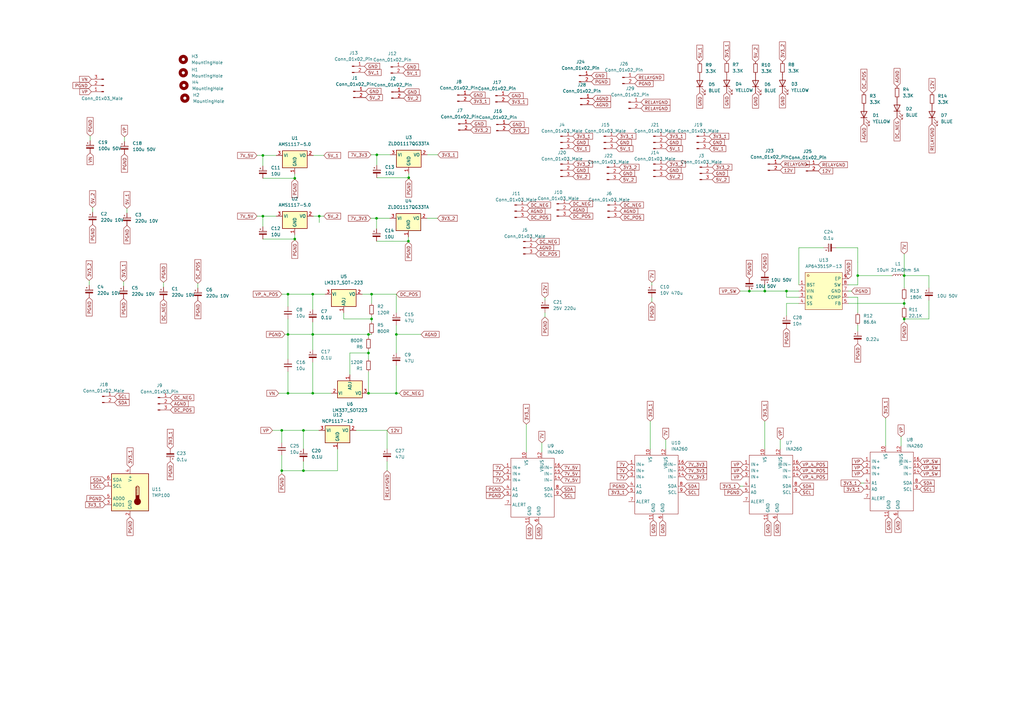
<source format=kicad_sch>
(kicad_sch (version 20231120) (generator "eeschema") (generator_version "8.0")
  (paper "A3")
  (junction (at 313.69 119.38))
  (junction (at 370.84 130.81))
  (junction (at 118.11 161.29))
  (junction (at 152.4 130.81))
  (junction (at 370.84 113.03))
  (junction (at 151.13 144.78))
  (junction (at 154.559 63.5))
  (junction (at 115.57 176.53))
  (junction (at 152.4 120.65))
  (junction (at 370.84 124.46))
  (junction (at 130.937 88.646))
  (junction (at 151.13 137.16))
  (junction (at 128.27 120.65))
  (junction (at 154.432 89.535))
  (junction (at 351.79 113.03))
  (junction (at 162.56 137.16))
  (junction (at 167.513 98.933))
  (junction (at 128.27 161.29))
  (junction (at 124.46 176.53))
  (junction (at 107.823 88.646))
  (junction (at 167.64 72.898))
  (junction (at 118.11 120.65))
  (junction (at 151.13 161.29))
  (junction (at 162.56 161.29))
  (junction (at 322.58 119.38))
  (junction (at 115.57 193.04))
  (junction (at 128.27 137.16))
  (junction (at 307.34 119.38))
  (junction (at 124.46 193.04))
  (junction (at 120.904 98.044))
  (junction (at 118.11 137.16))
  (junction (at 120.904 73.152))
  (junction (at 107.823 63.754))
  (wire (pts (xy 107.823 88.646) (xy 113.284 88.646)))
  (wire (pts (xy 175.133 89.535) (xy 179.451 89.535)))
  (wire (pts (xy 130.937 88.646) (xy 128.524 88.646)))
  (wire (pts (xy 322.58 119.38) (xy 327.66 119.38)))
  (wire (pts (xy 124.46 176.53) (xy 130.81 176.53)))
  (wire (pts (xy 118.11 137.16) (xy 128.27 137.16)))
  (wire (pts (xy 347.98 116.84) (xy 351.79 116.84)))
  (wire (pts (xy 118.11 147.32) (xy 118.11 137.16)))
  (wire (pts (xy 36.576 115.062) (xy 36.576 116.967)))
  (wire (pts (xy 124.46 184.15) (xy 124.46 176.53)))
  (wire (pts (xy 152.4 130.81) (xy 152.4 132.08)))
  (wire (pts (xy 152.4 129.54) (xy 152.4 130.81)))
  (wire (pts (xy 118.11 161.29) (xy 128.27 161.29)))
  (wire (pts (xy 351.8216 107.5565) (xy 351.8216 101.6)))
  (wire (pts (xy 167.513 99.314) (xy 167.513 98.933)))
  (wire (pts (xy 370.84 132.08) (xy 370.84 130.81)))
  (wire (pts (xy 120.904 73.533) (xy 120.904 73.152)))
  (wire (pts (xy 138.43 184.15) (xy 138.43 193.04)))
  (wire (pts (xy 146.05 176.53) (xy 158.75 176.53)))
  (wire (pts (xy 351.79 113.03) (xy 365.76 113.03)))
  (wire (pts (xy 351.79 133.35) (xy 351.79 135.89)))
  (wire (pts (xy 167.513 98.933) (xy 167.513 97.155)))
  (wire (pts (xy 107.823 63.754) (xy 113.284 63.754)))
  (wire (pts (xy 36.957 55.753) (xy 36.957 57.658)))
  (wire (pts (xy 37.973 85.09) (xy 37.973 86.995)))
  (wire (pts (xy 115.57 193.04) (xy 124.46 193.04)))
  (wire (pts (xy 158.75 189.23) (xy 158.75 193.04)))
  (wire (pts (xy 313.69 119.38) (xy 322.58 119.38)))
  (wire (pts (xy 154.432 98.933) (xy 167.513 98.933)))
  (wire (pts (xy 107.823 98.044) (xy 120.904 98.044)))
  (wire (pts (xy 175.26 63.5) (xy 179.578 63.5)))
  (wire (pts (xy 162.56 161.29) (xy 163.83 161.29)))
  (wire (pts (xy 120.904 73.152) (xy 120.904 71.374)))
  (wire (pts (xy 154.559 72.898) (xy 167.64 72.898)))
  (wire (pts (xy 347.98 124.46) (xy 370.84 124.46)))
  (wire (pts (xy 67.056 115.824) (xy 67.056 117.729)))
  (wire (pts (xy 111.76 176.53) (xy 115.57 176.53)))
  (wire (pts (xy 162.56 161.29) (xy 162.56 149.86)))
  (wire (pts (xy 351.79 107.5565) (xy 351.8216 107.5565)))
  (wire (pts (xy 120.904 98.044) (xy 120.904 96.266)))
  (wire (pts (xy 151.13 152.4) (xy 151.13 161.29)))
  (wire (pts (xy 152.019 89.535) (xy 154.432 89.535)))
  (wire (pts (xy 267.3655 115.8059) (xy 267.3655 116.9489)))
  (wire (pts (xy 116.84 137.16) (xy 118.11 137.16)))
  (wire (pts (xy 154.559 63.5) (xy 160.02 63.5)))
  (wire (pts (xy 128.27 161.29) (xy 135.89 161.29)))
  (wire (pts (xy 162.56 128.27) (xy 162.56 120.65)))
  (wire (pts (xy 215.9 173.99) (xy 215.9 185.42)))
  (wire (pts (xy 266.7 172.72) (xy 266.7 184.15)))
  (wire (pts (xy 140.97 128.27) (xy 140.97 130.81)))
  (wire (pts (xy 128.27 120.65) (xy 133.35 120.65)))
  (wire (pts (xy 118.11 152.4) (xy 118.11 161.29)))
  (wire (pts (xy 369.57 179.07) (xy 369.57 182.88)))
  (wire (pts (xy 118.11 130.81) (xy 118.11 137.16)))
  (wire (pts (xy 322.58 129.54) (xy 322.58 124.46)))
  (wire (pts (xy 143.51 144.78) (xy 151.13 144.78)))
  (wire (pts (xy 107.823 68.072) (xy 107.823 63.754)))
  (wire (pts (xy 128.27 127) (xy 128.27 120.65)))
  (wire (pts (xy 353.06 198.12) (xy 354.33 198.12)))
  (wire (pts (xy 162.56 133.35) (xy 162.56 137.16)))
  (wire (pts (xy 132.842 88.646) (xy 130.937 88.646)))
  (wire (pts (xy 347.98 119.38) (xy 349.25 119.38)))
  (wire (pts (xy 143.51 153.67) (xy 143.51 144.78)))
  (wire (pts (xy 128.27 137.16) (xy 128.27 132.08)))
  (wire (pts (xy 158.75 184.15) (xy 158.75 176.53)))
  (wire (pts (xy 152.4 120.65) (xy 152.4 124.46)))
  (wire (pts (xy 81.153 116.205) (xy 81.153 118.11)))
  (wire (pts (xy 327.66 101.6) (xy 337.82 101.6)))
  (wire (pts (xy 107.823 92.964) (xy 107.823 88.646)))
  (wire (pts (xy 105.41 88.646) (xy 107.823 88.646)))
  (wire (pts (xy 128.27 148.59) (xy 128.27 161.29)))
  (wire (pts (xy 152.4 120.65) (xy 162.56 120.65)))
  (wire (pts (xy 50.673 115.443) (xy 50.673 117.348)))
  (wire (pts (xy 370.84 125.73) (xy 370.84 124.46)))
  (wire (pts (xy 115.57 176.53) (xy 124.46 176.53)))
  (wire (pts (xy 151.13 147.32) (xy 151.13 144.78)))
  (wire (pts (xy 370.84 104.14) (xy 370.84 113.03)))
  (wire (pts (xy 370.84 113.03) (xy 370.84 118.11)))
  (wire (pts (xy 322.58 124.46) (xy 327.66 124.46)))
  (wire (pts (xy 307.34 119.38) (xy 313.69 119.38)))
  (wire (pts (xy 222.25 181.61) (xy 222.25 185.42)))
  (wire (pts (xy 151.13 161.29) (xy 162.56 161.29)))
  (wire (pts (xy 327.66 121.92) (xy 322.58 121.92)))
  (wire (pts (xy 154.432 93.853) (xy 154.432 89.535)))
  (wire (pts (xy 303.53 199.39) (xy 304.8 199.39)))
  (wire (pts (xy 320.04 180.34) (xy 320.04 184.15)))
  (wire (pts (xy 347.98 121.92) (xy 351.79 121.92)))
  (wire (pts (xy 151.13 144.78) (xy 151.13 143.51)))
  (wire (pts (xy 115.57 120.65) (xy 118.11 120.65)))
  (wire (pts (xy 381 130.81) (xy 370.84 130.81)))
  (wire (pts (xy 148.59 120.65) (xy 152.4 120.65)))
  (wire (pts (xy 273.05 180.34) (xy 273.05 184.15)))
  (wire (pts (xy 370.84 124.46) (xy 370.84 123.19)))
  (wire (pts (xy 115.57 181.61) (xy 115.57 176.53)))
  (wire (pts (xy 223.52 130.048) (xy 223.52 128.27)))
  (wire (pts (xy 124.46 193.04) (xy 124.46 189.23)))
  (wire (pts (xy 107.823 73.152) (xy 120.904 73.152)))
  (wire (pts (xy 363.22 171.45) (xy 363.22 182.88)))
  (wire (pts (xy 351.79 116.84) (xy 351.79 113.03)))
  (wire (pts (xy 105.41 63.754) (xy 107.823 63.754)))
  (wire (pts (xy 162.56 144.78) (xy 162.56 137.16)))
  (wire (pts (xy 327.66 101.6) (xy 327.66 116.84)))
  (wire (pts (xy 267.3655 123.8069) (xy 267.3655 122.0289)))
  (wire (pts (xy 124.46 193.04) (xy 138.43 193.04)))
  (wire (pts (xy 118.11 125.73) (xy 118.11 120.65)))
  (wire (pts (xy 223.52 122.047) (xy 223.52 123.19)))
  (wire (pts (xy 351.8216 101.6) (xy 342.9 101.6)))
  (wire (pts (xy 118.11 120.65) (xy 128.27 120.65)))
  (wire (pts (xy 151.13 137.16) (xy 152.4 137.16)))
  (wire (pts (xy 322.58 119.38) (xy 322.58 121.92)))
  (wire (pts (xy 140.97 130.81) (xy 152.4 130.81)))
  (wire (pts (xy 152.146 63.5) (xy 154.559 63.5)))
  (wire (pts (xy 351.79 121.92) (xy 351.79 128.27)))
  (wire (pts (xy 120.904 98.425) (xy 120.904 98.044)))
  (wire (pts (xy 167.64 73.279) (xy 167.64 72.898)))
  (wire (pts (xy 154.559 67.818) (xy 154.559 63.5)))
  (wire (pts (xy 351.79 113.03) (xy 351.79 107.5565)))
  (wire (pts (xy 381 113.03) (xy 381 118.11)))
  (wire (pts (xy 128.524 63.754) (xy 132.842 63.754)))
  (wire (pts (xy 303.53 119.38) (xy 307.34 119.38)))
  (wire (pts (xy 151.13 137.16) (xy 151.13 138.43)))
  (wire (pts (xy 115.57 193.04) (xy 115.57 194.31)))
  (wire (pts (xy 313.69 172.72) (xy 313.69 184.15)))
  (wire (pts (xy 130.937 91.313) (xy 130.937 88.646)))
  (wire (pts (xy 115.57 186.69) (xy 115.57 193.04)))
  (wire (pts (xy 128.27 143.51) (xy 128.27 137.16)))
  (wire (pts (xy 51.054 56.134) (xy 51.054 58.039)))
  (wire (pts (xy 167.64 72.898) (xy 167.64 71.12)))
  (wire (pts (xy 128.27 137.16) (xy 151.13 137.16)))
  (wire (pts (xy 114.3 161.29) (xy 118.11 161.29)))
  (wire (pts (xy 313.69 116.84) (xy 313.69 119.38)))
  (wire (pts (xy 381 123.19) (xy 381 130.81)))
  (wire (pts (xy 370.84 113.03) (xy 381 113.03)))
  (wire (pts (xy 172.72 137.16) (xy 162.56 137.16)))
  (wire (pts (xy 52.07 85.471) (xy 52.07 87.376)))
  (wire (pts (xy 154.432 89.535) (xy 159.893 89.535)))
  (global_label "3V3_1" (shape input) (at 353.06 198.12 180) (property "Intersheetrefs" "${INTERSHEET_REFS}" (effects (hide yes))))
  (global_label "5V_2" (shape input) (at 273.05 72.39 0) (property "Intersheetrefs" "${INTERSHEET_REFS}" (effects (hide yes))))
  (global_label "PGND" (shape input) (at 207.01 203.2 180) (property "Intersheetrefs" "${INTERSHEET_REFS}" (effects (hide yes))))
  (global_label "GND" (shape input) (at 298.069 37.973 270) (property "Intersheetrefs" "${INTERSHEET_REFS}" (effects (hide yes))))
  (global_label "GND" (shape input) (at 273.05 58.42 0) (property "Intersheetrefs" "${INTERSHEET_REFS}" (effects (hide yes))))
  (global_label "VP" (shape input) (at 354.33 189.23 180) (property "Intersheetrefs" "${INTERSHEET_REFS}" (effects (hide yes))))
  (global_label "7V_5V" (shape input) (at 105.41 63.754 180) (property "Intersheetrefs" "${INTERSHEET_REFS}" (effects (hide yes))))
  (global_label "SDA" (shape input) (at 280.67 199.39 0) (property "Intersheetrefs" "${INTERSHEET_REFS}" (effects (hide yes))))
  (global_label "SCL" (shape input) (at 46.99 162.56 0) (property "Intersheetrefs" "${INTERSHEET_REFS}" (effects (hide yes))))
  (global_label "DC_NEG" (shape input) (at 254.254 84.074 0) (property "Intersheetrefs" "${INTERSHEET_REFS}" (effects (hide yes))))
  (global_label "AGND" (shape input) (at 233.426 86.106 0) (property "Intersheetrefs" "${INTERSHEET_REFS}" (effects (hide yes))))
  (global_label "GND" (shape input) (at 242.57 30.988 0) (property "Intersheetrefs" "${INTERSHEET_REFS}" (effects (hide yes))))
  (global_label "5V_2" (shape input) (at 165.608 40.259 0) (property "Intersheetrefs" "${INTERSHEET_REFS}" (effects (hide yes))))
  (global_label "GND" (shape input) (at 273.05 69.85 0) (property "Intersheetrefs" "${INTERSHEET_REFS}" (effects (hide yes))))
  (global_label "SDA" (shape input) (at 377.19 198.12 0) (property "Intersheetrefs" "${INTERSHEET_REFS}" (effects (hide yes))))
  (global_label "PGND" (shape input) (at 36.576 122.047 270) (property "Intersheetrefs" "${INTERSHEET_REFS}" (effects (hide yes))))
  (global_label "VP" (shape input) (at 37.465 37.592 180) (property "Intersheetrefs" "${INTERSHEET_REFS}" (effects (hide yes))))
  (global_label "GND" (shape input) (at 165.608 37.719 0) (property "Intersheetrefs" "${INTERSHEET_REFS}" (effects (hide yes))))
  (global_label "DC_NEG" (shape input) (at 219.71 99.06 0) (property "Intersheetrefs" "${INTERSHEET_REFS}" (effects (hide yes))))
  (global_label "3V3_2" (shape input) (at 234.95 67.31 0) (property "Intersheetrefs" "${INTERSHEET_REFS}" (effects (hide yes))))
  (global_label "VN" (shape input) (at 114.3 161.29 180) (property "Intersheetrefs" "${INTERSHEET_REFS}" (effects (hide yes))))
  (global_label "GND" (shape input) (at 252.73 58.42 0) (property "Intersheetrefs" "${INTERSHEET_REFS}" (effects (hide yes))))
  (global_label "VP_SW" (shape input) (at 377.19 194.31 0) (property "Intersheetrefs" "${INTERSHEET_REFS}" (effects (hide yes))))
  (global_label "GND" (shape input) (at 165.354 27.432 0) (property "Intersheetrefs" "${INTERSHEET_REFS}" (effects (hide yes))))
  (global_label "3V3_1" (shape input) (at 234.95 55.88 0) (property "Intersheetrefs" "${INTERSHEET_REFS}" (effects (hide yes))))
  (global_label "3V3_2" (shape input) (at 193.04 53.34 0) (property "Intersheetrefs" "${INTERSHEET_REFS}" (effects (hide yes))))
  (global_label "RELAYGND" (shape input) (at 382.27 50.8 270) (property "Intersheetrefs" "${INTERSHEET_REFS}" (effects (hide yes))))
  (global_label "GND" (shape input) (at 271.78 213.36 270) (property "Intersheetrefs" "${INTERSHEET_REFS}" (effects (hide yes))))
  (global_label "3V3_2" (shape input) (at 254 68.58 0) (property "Intersheetrefs" "${INTERSHEET_REFS}" (effects (hide yes))))
  (global_label "GND" (shape input) (at 318.77 213.36 270) (property "Intersheetrefs" "${INTERSHEET_REFS}" (effects (hide yes))))
  (global_label "7V_5V" (shape input) (at 229.87 191.77 0) (property "Intersheetrefs" "${INTERSHEET_REFS}" (effects (hide yes))))
  (global_label "VP_4_POS" (shape input) (at 115.57 120.65 180) (property "Intersheetrefs" "${INTERSHEET_REFS}" (effects (hide yes))))
  (global_label "AGND" (shape input) (at 219.71 101.6 0) (property "Intersheetrefs" "${INTERSHEET_REFS}" (effects (hide yes))))
  (global_label "PGND" (shape input) (at 167.64 73.279 270) (property "Intersheetrefs" "${INTERSHEET_REFS}" (effects (hide yes))))
  (global_label "PGND" (shape input) (at 50.673 122.428 270) (property "Intersheetrefs" "${INTERSHEET_REFS}" (effects (hide yes))))
  (global_label "PGND" (shape input) (at 69.85 189.23 270) (property "Intersheetrefs" "${INTERSHEET_REFS}" (effects (hide yes))))
  (global_label "3V3_2" (shape input) (at 36.576 115.062 90) (property "Intersheetrefs" "${INTERSHEET_REFS}" (effects (hide yes))))
  (global_label "AGND" (shape input) (at 172.72 137.16 0) (property "Intersheetrefs" "${INTERSHEET_REFS}" (effects (hide yes))))
  (global_label "SDA" (shape input) (at 327.66 199.39 0) (property "Intersheetrefs" "${INTERSHEET_REFS}" (effects (hide yes))))
  (global_label "5V_1" (shape input) (at 165.354 29.972 0) (property "Intersheetrefs" "${INTERSHEET_REFS}" (effects (hide yes))))
  (global_label "RELAYGND" (shape input) (at 320.04 67.31 0) (property "Intersheetrefs" "${INTERSHEET_REFS}" (effects (hide yes))))
  (global_label "VP" (shape input) (at 320.04 180.34 90) (property "Intersheetrefs" "${INTERSHEET_REFS}" (effects (hide yes))))
  (global_label "GND" (shape input) (at 314.96 213.36 270) (property "Intersheetrefs" "${INTERSHEET_REFS}" (effects (hide yes))))
  (global_label "DC_NEG" (shape input) (at 233.426 83.566 0) (property "Intersheetrefs" "${INTERSHEET_REFS}" (effects (hide yes))))
  (global_label "GND" (shape input) (at 192.659 38.989 0) (property "Intersheetrefs" "${INTERSHEET_REFS}" (effects (hide yes))))
  (global_label "RELAYGND" (shape input) (at 262.89 44.45 0) (property "Intersheetrefs" "${INTERSHEET_REFS}" (effects (hide yes))))
  (global_label "3V3_1" (shape input) (at 257.81 201.93 180) (property "Intersheetrefs" "${INTERSHEET_REFS}" (effects (hide yes))))
  (global_label "7V" (shape input) (at 273.05 180.34 90) (property "Intersheetrefs" "${INTERSHEET_REFS}" (effects (hide yes))))
  (global_label "3V3_1" (shape input) (at 298.069 25.273 90) (property "Intersheetrefs" "${INTERSHEET_REFS}" (effects (hide yes))))
  (global_label "5V_2" (shape input) (at 254 73.66 0) (property "Intersheetrefs" "${INTERSHEET_REFS}" (effects (hide yes))))
  (global_label "SDA" (shape input) (at 229.87 200.66 0) (property "Intersheetrefs" "${INTERSHEET_REFS}" (effects (hide yes))))
  (global_label "5V_1" (shape input) (at 252.73 60.96 0) (property "Intersheetrefs" "${INTERSHEET_REFS}" (effects (hide yes))))
  (global_label "GND" (shape input) (at 234.95 58.42 0) (property "Intersheetrefs" "${INTERSHEET_REFS}" (effects (hide yes))))
  (global_label "PGND" (shape input) (at 313.69 111.76 90) (property "Intersheetrefs" "${INTERSHEET_REFS}" (effects (hide yes))))
  (global_label "SDA" (shape input) (at 43.18 196.85 180) (property "Intersheetrefs" "${INTERSHEET_REFS}" (effects (hide yes))))
  (global_label "AGND" (shape input) (at 243.078 42.926 0) (property "Intersheetrefs" "${INTERSHEET_REFS}" (effects (hide yes))))
  (global_label "AGND" (shape input) (at 243.078 40.386 0) (property "Intersheetrefs" "${INTERSHEET_REFS}" (effects (hide yes))))
  (global_label "GND" (shape input) (at 368.3 212.09 270) (property "Intersheetrefs" "${INTERSHEET_REFS}" (effects (hide yes))))
  (global_label "DC_POS" (shape input) (at 254.254 89.154 0) (property "Intersheetrefs" "${INTERSHEET_REFS}" (effects (hide yes))))
  (global_label "7V_3V3" (shape input) (at 280.67 190.5 0) (property "Intersheetrefs" "${INTERSHEET_REFS}" (effects (hide yes))))
  (global_label "12V" (shape input) (at 382.27 38.1 90) (property "Intersheetrefs" "${INTERSHEET_REFS}" (effects (hide yes))))
  (global_label "VN" (shape input) (at 36.957 62.738 270) (property "Intersheetrefs" "${INTERSHEET_REFS}" (effects (hide yes))))
  (global_label "PGND" (shape input) (at 43.18 204.47 180) (property "Intersheetrefs" "${INTERSHEET_REFS}" (effects (hide yes))))
  (global_label "12V" (shape input) (at 320.04 69.85 0) (property "Intersheetrefs" "${INTERSHEET_REFS}" (effects (hide yes))))
  (global_label "VP_4_POS" (shape input) (at 327.66 195.58 0) (property "Intersheetrefs" "${INTERSHEET_REFS}" (effects (hide yes))))
  (global_label "7V_3V3" (shape input) (at 280.67 195.58 0) (property "Intersheetrefs" "${INTERSHEET_REFS}" (effects (hide yes))))
  (global_label "7V" (shape input) (at 207.01 191.77 180) (property "Intersheetrefs" "${INTERSHEET_REFS}" (effects (hide yes))))
  (global_label "GND" (shape input) (at 292.1 71.12 0) (property "Intersheetrefs" "${INTERSHEET_REFS}" (effects (hide yes))))
  (global_label "3V3_2" (shape input) (at 179.451 89.535 0) (property "Intersheetrefs" "${INTERSHEET_REFS}" (effects (hide yes))))
  (global_label "VP" (shape input) (at 354.33 191.77 180) (property "Intersheetrefs" "${INTERSHEET_REFS}" (effects (hide yes))))
  (global_label "PGND" (shape input) (at 167.513 99.314 270) (property "Intersheetrefs" "${INTERSHEET_REFS}" (effects (hide yes))))
  (global_label "VP_4_POS" (shape input) (at 327.66 193.04 0) (property "Intersheetrefs" "${INTERSHEET_REFS}" (effects (hide yes))))
  (global_label "3V3_1" (shape input) (at 215.9 173.99 90) (property "Intersheetrefs" "${INTERSHEET_REFS}" (effects (hide yes))))
  (global_label "VP_SW" (shape input) (at 303.53 119.38 180) (property "Intersheetrefs" "${INTERSHEET_REFS}" (effects (hide yes))))
  (global_label "5V_1" (shape input) (at 287.02 25.4 90) (property "Intersheetrefs" "${INTERSHEET_REFS}" (effects (hide yes))))
  (global_label "3V3_2" (shape input) (at 292.1 68.58 0) (property "Intersheetrefs" "${INTERSHEET_REFS}" (effects (hide yes))))
  (global_label "VP" (shape input) (at 304.8 193.04 180) (property "Intersheetrefs" "${INTERSHEET_REFS}" (effects (hide yes))))
  (global_label "DC_POS" (shape input) (at 81.153 116.205 90) (property "Intersheetrefs" "${INTERSHEET_REFS}" (effects (hide yes))))
  (global_label "DC_POS" (shape input) (at 354.33 38.1 90) (property "Intersheetrefs" "${INTERSHEET_REFS}" (effects (hide yes))))
  (global_label "PGND" (shape input) (at 52.07 92.456 270) (property "Intersheetrefs" "${INTERSHEET_REFS}" (effects (hide yes))))
  (global_label "DC_NEG" (shape input) (at 69.85 163.068 0) (property "Intersheetrefs" "${INTERSHEET_REFS}" (effects (hide yes))))
  (global_label "5V_1" (shape input) (at 234.95 60.96 0) (property "Intersheetrefs" "${INTERSHEET_REFS}" (effects (hide yes))))
  (global_label "PGND" (shape input) (at 267.3655 123.8069 270) (property "Intersheetrefs" "${INTERSHEET_REFS}" (effects (hide yes))))
  (global_label "PGND" (shape input) (at 53.34 212.09 270) (property "Intersheetrefs" "${INTERSHEET_REFS}" (effects (hide yes))))
  (global_label "7V" (shape input) (at 257.81 190.5 180) (property "Intersheetrefs" "${INTERSHEET_REFS}" (effects (hide yes))))
  (global_label "GND" (shape input) (at 208.661 51.054 0) (property "Intersheetrefs" "${INTERSHEET_REFS}" (effects (hide yes))))
  (global_label "GND" (shape input) (at 287.02 38.1 270) (property "Intersheetrefs" "${INTERSHEET_REFS}" (effects (hide yes))))
  (global_label "RELAYGND" (shape input) (at 260.35 31.75 0) (property "Intersheetrefs" "${INTERSHEET_REFS}" (effects (hide yes))))
  (global_label "7V" (shape input) (at 257.81 193.04 180) (property "Intersheetrefs" "${INTERSHEET_REFS}" (effects (hide yes))))
  (global_label "AGND" (shape input) (at 69.85 165.608 0) (property "Intersheetrefs" "${INTERSHEET_REFS}" (effects (hide yes))))
  (global_label "5V_2" (shape input) (at 309.88 25.4 90) (property "Intersheetrefs" "${INTERSHEET_REFS}" (effects (hide yes))))
  (global_label "5V_2" (shape input) (at 37.973 85.09 90) (property "Intersheetrefs" "${INTERSHEET_REFS}" (effects (hide yes))))
  (global_label "DC_POS" (shape input) (at 216.154 89.154 0) (property "Intersheetrefs" "${INTERSHEET_REFS}" (effects (hide yes))))
  (global_label "AGND" (shape input) (at 216.154 86.614 0) (property "Intersheetrefs" "${INTERSHEET_REFS}" (effects (hide yes))))
  (global_label "5V_1" (shape input) (at 290.83 60.96 0) (property "Intersheetrefs" "${INTERSHEET_REFS}" (effects (hide yes))))
  (global_label "7V" (shape input) (at 257.81 195.58 180) (property "Intersheetrefs" "${INTERSHEET_REFS}" (effects (hide yes))))
  (global_label "12V" (shape input) (at 158.75 176.53 0) (property "Intersheetrefs" "${INTERSHEET_REFS}" (effects (hide yes))))
  (global_label "12V" (shape input) (at 335.661 70.104 0) (property "Intersheetrefs" "${INTERSHEET_REFS}" (effects (hide yes))))
  (global_label "PGND" (shape input) (at 67.056 115.824 90) (property "Intersheetrefs" "${INTERSHEET_REFS}" (effects (hide yes))))
  (global_label "GND" (shape input) (at 217.17 214.63 270) (property "Intersheetrefs" "${INTERSHEET_REFS}" (effects (hide yes))))
  (global_label "5V_2" (shape input) (at 234.95 72.39 0) (property "Intersheetrefs" "${INTERSHEET_REFS}" (effects (hide yes))))
  (global_label "GND" (shape input) (at 149.479 27.178 0) (property "Intersheetrefs" "${INTERSHEET_REFS}" (effects (hide yes))))
  (global_label "5V_1" (shape input) (at 132.842 63.754 0) (property "Intersheetrefs" "${INTERSHEET_REFS}" (effects (hide yes))))
  (global_label "DC_NEG" (shape input) (at 67.056 122.809 270) (property "Intersheetrefs" "${INTERSHEET_REFS}" (effects (hide yes))))
  (global_label "VN" (shape input) (at 37.465 32.512 180) (property "Intersheetrefs" "${INTERSHEET_REFS}" (effects (hide yes))))
  (global_label "GND" (shape input) (at 320.929 37.973 270) (property "Intersheetrefs" "${INTERSHEET_REFS}" (effects (hide yes))))
  (global_label "3V3_1" (shape input) (at 179.578 63.5 0) (property "Intersheetrefs" "${INTERSHEET_REFS}" (effects (hide yes))))
  (global_label "PGND" (shape input) (at 242.57 33.528 0) (property "Intersheetrefs" "${INTERSHEET_REFS}" (effects (hide yes))))
  (global_label "VP" (shape input) (at 304.8 195.58 180) (property "Intersheetrefs" "${INTERSHEET_REFS}" (effects (hide yes))))
  (global_label "3V3_1" (shape input) (at 69.85 184.15 90) (property "Intersheetrefs" "${INTERSHEET_REFS}" (effects (hide yes))))
  (global_label "PGND" (shape input) (at 304.8 201.93 180) (property "Intersheetrefs" "${INTERSHEET_REFS}" (effects (hide yes))))
  (global_label "3V3_1" (shape input) (at 53.34 191.77 90) (property "Intersheetrefs" "${INTERSHEET_REFS}" (effects (hide yes))))
  (global_label "GND" (shape input) (at 193.04 50.8 0) (property "Intersheetrefs" "${INTERSHEET_REFS}" (effects (hide yes))))
  (global_label "DC_POS" (shape input) (at 219.71 104.14 0) (property "Intersheetrefs" "${INTERSHEET_REFS}" (effects (hide yes))))
  (global_label "5V_2" (shape input) (at 132.842 88.646 0) (property "Intersheetrefs" "${INTERSHEET_REFS}" (effects (hide yes))))
  (global_label "3V3_2" (shape input) (at 208.661 53.594 0) (property "Intersheetrefs" "${INTERSHEET_REFS}" (effects (hide yes))))
  (global_label "PGND" (shape input) (at 260.35 34.29 0) (property "Intersheetrefs" "${INTERSHEET_REFS}" (effects (hide yes))))
  (global_label "GND" (shape input) (at 220.98 214.63 270) (property "Intersheetrefs" "${INTERSHEET_REFS}" (effects (hide yes))))
  (global_label "3V3_1" (shape input) (at 50.673 115.443 90) (property "Intersheetrefs" "${INTERSHEET_REFS}" (effects (hide yes))))
  (global_label "DC_POS" (shape input) (at 233.426 88.646 0) (property "Intersheetrefs" "${INTERSHEET_REFS}" (effects (hide yes))))
  (global_label "PGND" (shape input) (at 223.52 130.048 270) (property "Intersheetrefs" "${INTERSHEET_REFS}" (effects (hide yes))))
  (global_label "DC_NEG" (shape input) (at 216.154 84.074 0) (property "Intersheetrefs" "${INTERSHEET_REFS}" (effects (hide yes))))
  (global_label "DC_POS" (shape input) (at 162.56 120.65 0) (property "Intersheetrefs" "${INTERSHEET_REFS}" (effects (hide yes))))
  (global_label "3V3_1" (shape input) (at 363.22 171.45 90) (property "Intersheetrefs" "${INTERSHEET_REFS}" (effects (hide yes))))
  (global_label "SCL" (shape input) (at 280.67 201.93 0) (property "Intersheetrefs" "${INTERSHEET_REFS}" (effects (hide yes))))
  (global_label "7V_3V3" (shape input) (at 152.019 89.535 180) (property "Intersheetrefs" "${INTERSHEET_REFS}" (effects (hide yes))))
  (global_label "RELAYGND" (shape input) (at 335.661 67.564 0) (property "Intersheetrefs" "${INTERSHEET_REFS}" (effects (hide yes))))
  (global_label "GND" (shape input) (at 254 71.12 0) (property "Intersheetrefs" "${INTERSHEET_REFS}" (effects (hide yes))))
  (global_label "SCL" (shape input) (at 327.66 201.93 0) (property "Intersheetrefs" "${INTERSHEET_REFS}" (effects (hide yes))))
  (global_label "7V" (shape input) (at 222.25 181.61 90) (property "Intersheetrefs" "${INTERSHEET_REFS}" (effects (hide yes))))
  (global_label "7V" (shape input) (at 267.3655 115.8059 90) (property "Intersheetrefs" "${INTERSHEET_REFS}" (effects (hide yes))))
  (global_label "SCL" (shape input) (at 229.87 203.2 0) (property "Intersheetrefs" "${INTERSHEET_REFS}" (effects (hide yes))))
  (global_label "7V_5V" (shape input) (at 229.87 196.85 0) (property "Intersheetrefs" "${INTERSHEET_REFS}" (effects (hide yes))))
  (global_label "3V3_1" (shape input) (at 43.18 207.01 180) (property "Intersheetrefs" "${INTERSHEET_REFS}" (effects (hide yes))))
  (global_label "5V_2" (shape input) (at 292.1 73.66 0) (property "Intersheetrefs" "${INTERSHEET_REFS}" (effects (hide yes))))
  (global_label "PGND" (shape input) (at 307.34 114.3 90) (property "Intersheetrefs" "${INTERSHEET_REFS}" (effects (hide yes))))
  (global_label "GND" (shape input) (at 208.28 39.243 0) (property "Intersheetrefs" "${INTERSHEET_REFS}" (effects (hide yes))))
  (global_label "VP" (shape input) (at 51.054 56.134 90) (property "Intersheetrefs" "${INTERSHEET_REFS}" (effects (hide yes))))
  (global_label "DC_NEG" (shape input) (at 163.83 161.29 0) (property "Intersheetrefs" "${INTERSHEET_REFS}" (effects (hide yes))))
  (global_label "GND" (shape input) (at 364.49 212.09 270) (property "Intersheetrefs" "${INTERSHEET_REFS}" (effects (hide yes))))
  (global_label "PGND" (shape input) (at 347.98 114.3 90) (property "Intersheetrefs" "${INTERSHEET_REFS}" (effects (hide yes))))
  (global_label "GND" (shape input) (at 309.88 38.1 270) (property "Intersheetrefs" "${INTERSHEET_REFS}" (effects (hide yes))))
  (global_label "DC_NEG" (shape input) (at 367.919 48.133 270) (property "Intersheetrefs" "${INTERSHEET_REFS}" (effects (hide yes))))
  (global_label "AGND" (shape input) (at 367.919 35.433 90) (property "Intersheetrefs" "${INTERSHEET_REFS}" (effects (hide yes))))
  (global_label "SDA" (shape input) (at 46.99 165.1 0) (property "Intersheetrefs" "${INTERSHEET_REFS}" (effects (hide yes))))
  (global_label "VP_SW" (shape input) (at 377.19 191.77 0) (property "Intersheetrefs" "${INTERSHEET_REFS}" (effects (hide yes))))
  (global_label "5V_1" (shape input) (at 149.479 29.718 0) (property "Intersheetrefs" "${INTERSHEET_REFS}" (effects (hide yes))))
  (global_label "PGND" (shape input) (at 37.973 92.075 270) (property "Intersheetrefs" "${INTERSHEET_REFS}" (effects (hide yes))))
  (global_label "VP_SW" (shape input) (at 377.19 189.23 0) (property "Intersheetrefs" "${INTERSHEET_REFS}" (effects (hide yes))))
  (global_label "AGND" (shape input) (at 254.254 86.614 0) (property "Intersheetrefs" "${INTERSHEET_REFS}" (effects (hide yes))))
  (global_label "7V" (shape input) (at 207.01 196.85 180) (property "Intersheetrefs" "${INTERSHEET_REFS}" (effects (hide yes))))
  (global_label "VP" (shape input) (at 369.57 179.07 90) (property "Intersheetrefs" "${INTERSHEET_REFS}" (effects (hide yes))))
  (global_label "PGND" (shape input) (at 349.25 119.38 0) (property "Intersheetrefs" "${INTERSHEET_REFS}" (effects (hide yes))))
  (global_label "7V" (shape input) (at 207.01 194.31 180) (property "Intersheetrefs" "${INTERSHEET_REFS}" (effects (hide yes))))
  (global_label "PGND" (shape input) (at 370.84 132.08 270) (property "Intersheetrefs" "${INTERSHEET_REFS}" (effects (hide yes))))
  (global_label "VP" (shape input) (at 111.76 176.53 180) (property "Intersheetrefs" "${INTERSHEET_REFS}" (effects (hide yes))))
  (global_label "SCL" (shape input) (at 377.19 200.66 0) (property "Intersheetrefs" "${INTERSHEET_REFS}" (effects (hide yes))))
  (global_label "3V3_1" (shape input) (at 354.33 200.66 180) (property "Intersheetrefs" "${INTERSHEET_REFS}" (effects (hide yes))))
  (global_label "PGND" (shape input) (at 36.957 55.753 90) (property "Intersheetrefs" "${INTERSHEET_REFS}" (effects (hide yes))))
  (global_label "PGND" (shape input) (at 120.904 98.425 270) (property "Intersheetrefs" "${INTERSHEET_REFS}" (effects (hide yes))))
  (global_label "5V_1" (shape input) (at 52.07 85.471 90) (property "Intersheetrefs" "${INTERSHEET_REFS}" (effects (hide yes))))
  (global_label "PGND" (shape input) (at 81.153 123.19 270) (property "Intersheetrefs" "${INTERSHEET_REFS}" (effects (hide yes))))
  (global_label "7V_3V3" (shape input) (at 280.67 193.04 0) (property "Intersheetrefs" "${INTERSHEET_REFS}" (effects (hide yes))))
  (global_label "3V3_1" (shape input) (at 290.83 55.88 0) (property "Intersheetrefs" "${INTERSHEET_REFS}" (effects (hide yes))))
  (global_label "VP" (shape input) (at 354.33 194.31 180) (property "Intersheetrefs" "${INTERSHEET_REFS}" (effects (hide yes))))
  (global_label "3V3_1" (shape input) (at 192.659 41.529 0) (property "Intersheetrefs" "${INTERSHEET_REFS}" (effects (hide yes))))
  (global_label "3V3_1" (shape input) (at 273.05 55.88 0) (property "Intersheetrefs" "${INTERSHEET_REFS}" (effects (hide yes))))
  (global_label "7V_5V" (shape input) (at 105.41 88.646 180) (property "Intersheetrefs" "${INTERSHEET_REFS}" (effects (hide yes))))
  (global_label "SCL" (shape input) (at 43.18 199.39 180) (property "Intersheetrefs" "${INTERSHEET_REFS}" (effects (hide yes))))
  (global_label "7V_5V" (shape input) (at 229.87 194.31 0) (property "Intersheetrefs" "${INTERSHEET_REFS}" (effects (hide yes))))
  (global_label "PGND" (shape input) (at 120.904 73.533 270) (property "Intersheetrefs" "${INTERSHEET_REFS}" (effects (hide yes))))
  (global_label "VP" (shape input) (at 304.8 190.5 180) (property "Intersheetrefs" "${INTERSHEET_REFS}" (effects (hide yes))))
  (global_label "VP_4_POS" (shape input) (at 327.66 190.5 0) (property "Intersheetrefs" "${INTERSHEET_REFS}" (effects (hide yes))))
  (global_label "GND" (shape input) (at 267.97 213.36 270) (property "Intersheetrefs" "${INTERSHEET_REFS}" (effects (hide yes))))
  (global_label "PGND" (shape input) (at 37.465 35.052 180) (property "Intersheetrefs" "${INTERSHEET_REFS}" (effects (hide yes))))
  (global_label "5V_1" (shape input) (at 273.05 60.96 0) (property "Intersheetrefs" "${INTERSHEET_REFS}" (effects (hide yes))))
  (global_label "PGND" (shape input) (at 257.81 199.39 180) (property "Intersheetrefs" "${INTERSHEET_REFS}" (effects (hide yes))))
  (global_label "PGND" (shape input) (at 351.79 140.97 270) (property "Intersheetrefs" "${INTERSHEET_REFS}" (effects (hide yes))))
  (global_label "PGND" (shape input) (at 51.054 63.119 270) (property "Intersheetrefs" "${INTERSHEET_REFS}" (effects (hide yes))))
  (global_label "3V3_1" (shape input) (at 208.28 41.783 0) (property "Intersheetrefs" "${INTERSHEET_REFS}" (effects (hide yes))))
  (global_label "3V3_2" (shape input) (at 273.05 67.31 0) (property "Intersheetrefs" "${INTERSHEET_REFS}" (effects (hide yes))))
  (global_label "3V3_2" (shape input) (at 320.929 25.273 90) (property "Intersheetrefs" "${INTERSHEET_REFS}" (effects (hide yes))))
  (global_label "PGND" (shape input) (at 115.57 194.31 270) (property "Intersheetrefs" "${INTERSHEET_REFS}" (effects (hide yes))))
  (global_label "DC_POS" (shape input) (at 69.85 168.148 0) (property "Intersheetrefs" "${INTERSHEET_REFS}" (effects (hide yes))))
  (global_label "PGND" (shape input) (at 322.58 134.62 270) (property "Intersheetrefs" "${INTERSHEET_REFS}" (effects (hide yes))))
  (global_label "RELAYGND" (shape input) (at 262.89 41.91 0) (property "Intersheetrefs" "${INTERSHEET_REFS}" (effects (hide yes))))
  (global_label "3V3_1" (shape input) (at 303.53 199.39 180) (property "Intersheetrefs" "${INTERSHEET_REFS}" (effects (hide yes))))
  (global_label "GND" (shape input) (at 234.95 69.85 0) (property "Intersheetrefs" "${INTERSHEET_REFS}" (effects (hide yes))))
  (global_label "GND" (shape input) (at 290.83 58.42 0) (property "Intersheetrefs" "${INTERSHEET_REFS}" (effects (hide yes))))
  (global_label "RELAYGND" (shape input) (at 158.75 193.04 270) (property "Intersheetrefs" "${INTERSHEET_REFS}" (effects (hide yes))))
  (global_label "PGND" (shape input) (at 116.84 137.16 180) (property "Intersheetrefs" "${INTERSHEET_REFS}" (effects (hide yes))))
  (global_label "3V3_1" (shape input) (at 252.73 55.88 0) (property "Intersheetrefs" "${INTERSHEET_REFS}" (effects (hide yes))))
  (global_label "7V_3V3" (shape input) (at 152.146 63.5 180) (property "Intersheetrefs" "${INTERSHEET_REFS}" (effects (hide yes))))
  (global_label "GND" (shape input) (at 149.987 37.465 0) (property "Intersheetrefs" "${INTERSHEET_REFS}" (effects (hide yes))))
  (global_label "7V" (shape input) (at 370.84 104.14 90) (property "Intersheetrefs" "${INTERSHEET_REFS}" (effects (hide yes))))
  (global_label "5V_2" (shape input) (at 149.987 40.005 0) (property "Intersheetrefs" "${INTERSHEET_REFS}" (effects (hide yes))))
  (global_label "3V3_1" (shape input) (at 266.7 172.72 90) (property "Intersheetrefs" "${INTERSHEET_REFS}" (effects (hide yes))))
  (global_label "AGND" (shape input) (at 354.33 50.8 270) (property "Intersheetrefs" "${INTERSHEET_REFS}" (effects (hide yes))))
  (global_label "3V3_1" (shape input) (at 313.69 172.72 90) (property "Intersheetrefs" "${INTERSHEET_REFS}" (effects (hide yes))))
  (global_label "PGND" (shape input) (at 207.01 200.66 180) (property "Intersheetrefs" "${INTERSHEET_REFS}" (effects (hide yes))))
  (global_label "12V" (shape input) (at 223.52 122.047 90) (property "Intersheetrefs" "${INTERSHEET_REFS}" (effects (hide yes))))
  (symbol (lib_id "Device:C_Polarized_Small") (at 67.056 120.269 0) (unit 1)
    (property "Reference" "C1" (at 70.358 118.4528 0) (effects (justify left)))
    (property "Value" "220u 10V" (at 70.358 120.9928 0) (effects (justify left)))
    (property "Footprint" "Capacitor_THT:CP_Radial_D6.3mm_P2.50mm" (effects (hide yes)))
  )
  (symbol (lib_id "Connector:Conn_01x03_Male") (at 249.174 86.614 0) (unit 1)
    (property "Reference" "J6" (at 249.809 79.375 0))
    (property "Value" "Conn_01x03_Male" (at 249.809 81.915 0))
    (property "Footprint" "Connector_JST:JST_PH_B3B-PH-K_1x03_P2.00mm_Vertical" (effects (hide yes)))
  )
  (symbol (lib_id "Regulator_Linear:LM317_SOT-223") (at 140.97 120.65 0) (unit 1)
    (property "Reference" "U5" (at 140.97 113.411 0))
    (property "Value" "LM317_SOT-223" (at 140.97 115.951 0))
    (property "Footprint" "Package_TO_SOT_SMD:SOT-223-3_TabPin2" (effects (hide yes)))
    (property "Datasheet" "http://www.ti.com/lit/ds/symlink/lm317.pdf" (effects (hide yes)))
    (property "Mouser" "595-LM317DCY" (effects (hide yes)))
  )
  (symbol (lib_id "Device:LED") (at 320.929 34.163 90) (unit 1)
    (property "Reference" "D3" (at 324.485 34.4804 90) (effects (justify right)))
    (property "Value" "YELLOW" (at 324.485 37.0204 90) (effects (justify right)))
    (property "Footprint" "LED_SMD:LED_0805_2012Metric_Pad1.15x1.40mm_HandSolder" (effects (hide yes)))
  )
  (symbol (lib_id "Mechanical:MountingHole") (at 75.184 24.384 0) (unit 1)
    (property "Reference" "H3" (at 78.486 23.1139 0) (effects (justify left)))
    (property "Value" "MountingHole" (at 78.486 25.6539 0) (effects (justify left)))
    (property "Footprint" "MountingHole:MountingHole_3.2mm_M3_DIN965_Pad_TopOnly" (effects (hide yes)))
  )
  (symbol (lib_id "Device:LED") (at 367.919 44.323 90) (unit 1)
    (property "Reference" "D2" (at 371.475 44.6404 90) (effects (justify right)))
    (property "Value" "BLUE" (at 371.475 47.1804 90) (effects (justify right)))
    (property "Footprint" "LED_SMD:LED_0603_1608Metric" (effects (hide yes)))
  )
  (symbol (lib_id "Connector:Conn_01x02_Pin") (at 255.27 31.75 0) (unit 1)
    (property "Reference" "J26" (at 255.905 26.162 0))
    (property "Value" "Conn_01x02_Pin" (at 255.905 28.702 0))
    (property "Footprint" "Connector_PinHeader_2.54mm:PinHeader_1x02_P2.54mm_Vertical" (effects (hide yes)))
  )
  (symbol (lib_id "Connector:Conn_01x02_Pin") (at 144.907 37.465 0) (unit 1)
    (property "Reference" "J1" (at 145.542 32.004 0))
    (property "Value" "Conn_01x02_Pin" (at 145.542 34.544 0))
    (property "Footprint" "Connector_JST:JST_PH_B2B-PH-K_1x02_P2.00mm_Vertical" (effects (hide yes)))
  )
  (symbol (lib_id "Connector:Conn_01x03_Pin") (at 64.77 165.608 0) (unit 1)
    (property "Reference" "J9" (at 65.405 158.115 0))
    (property "Value" "Conn_01x03_Pin" (at 65.405 160.655 0))
    (property "Footprint" "Connector_PinHeader_2.54mm:PinHeader_1x03_P2.54mm_Vertical" (effects (hide yes)))
  )
  (symbol (lib_id "Device:C_Polarized_Small") (at 81.153 120.65 0) (unit 1)
    (property "Reference" "C6" (at 84.455 118.8338 0) (effects (justify left)))
    (property "Value" "220u 10V" (at 84.455 121.3738 0) (effects (justify left)))
    (property "Footprint" "Capacitor_THT:CP_Radial_D6.3mm_P2.50mm" (effects (hide yes)))
  )
  (symbol (lib_id "Device:L_Small") (at 368.3 113.03 90) (unit 1)
    (property "Reference" "L1" (at 368.3 108.204 90))
    (property "Value" "10uH 21mOhm 5A" (at 368.3 110.744 90))
    (property "Footprint" "Inductor_SMD:L_Vishay_IHLP-4040" (effects (hide yes)))
    (property "Mouser" "704-DR1040-7R0-R" (effects (hide yes)))
  )
  (symbol (lib_id "Connector:Conn_01x02_Pin") (at 203.2 39.243 0) (unit 1)
    (property "Reference" "J17" (at 203.835 33.782 0))
    (property "Value" "Conn_01x02_Pin" (at 203.835 36.322 0))
    (property "Footprint" "Connector_JST:JST_PH_B2B-PH-K_1x02_P2.00mm_Vertical" (effects (hide yes)))
  )
  (symbol (lib_id "Device:C_Polarized_Small") (at 128.27 129.54 0) (unit 1)
    (property "Reference" "C7" (at 131.572 127.7238 0) (effects (justify left)))
    (property "Value" "0.1U" (at 131.572 130.2638 0) (effects (justify left)))
    (property "Footprint" "Capacitor_SMD:C_0603_1608Metric_Pad1.08x0.95mm_HandSolder" (effects (hide yes)))
  )
  (symbol (lib_id "Regulator_Linear:AMS1117-5.0") (at 120.904 63.754 0) (unit 1)
    (property "Reference" "U1" (at 120.904 56.642 0))
    (property "Value" "AMS1117-5.0" (at 120.904 59.182 0))
    (property "Footprint" "Package_TO_SOT_SMD:SOT-223-3_TabPin2" (effects (hide yes)))
    (property "Datasheet" "http://www.advanced-monolithic.com/pdf/ds1117.pdf" (effects (hide yes)))
    (property "Mouser" "926-LM1117MPX5.0NOPB" (effects (hide yes)))
  )
  (symbol (lib_name "INA260_3") (lib_id "Custom:INA260") (at 316.23 219.71 0) (unit 1)
    (property "Reference" "U7" (at 322.2341 181.61 0) (effects (justify left)))
    (property "Value" "INA260" (at 322.2341 184.15 0) (effects (justify left)))
    (property "Footprint" "Package_SO:TSSOP-16_4.4x5mm_P0.65mm" (effects (hide yes)))
  )
  (symbol (lib_id "Connector:Conn_01x03_Male") (at 229.87 69.85 0) (unit 1)
    (property "Reference" "J20" (at 230.505 62.611 0))
    (property "Value" "Conn_01x03_Male" (at 230.505 65.151 0))
    (property "Footprint" "Connector_JST:JST_PH_B3B-PH-K_1x03_P2.00mm_Vertical" (effects (hide yes)))
  )
  (symbol (lib_id "Device:C_Polarized_Small") (at 162.56 130.81 0) (unit 1)
    (property "Reference" "C15" (at 165.862 128.9938 0) (effects (justify left)))
    (property "Value" "47U" (at 165.862 131.5338 0) (effects (justify left)))
    (property "Footprint" "Capacitor_SMD:C_1206_3216Metric_Pad1.33x1.80mm_HandSolder" (effects (hide yes)))
  )
  (symbol (lib_id "Device:C_Polarized_Small") (at 50.673 119.888 0) (unit 1)
    (property "Reference" "C5" (at 53.975 118.0718 0) (effects (justify left)))
    (property "Value" "220u 10V" (at 53.975 120.6118 0) (effects (justify left)))
    (property "Footprint" "Capacitor_THT:CP_Radial_D6.3mm_P2.50mm" (effects (hide yes)))
  )
  (symbol (lib_id "Connector:Conn_01x02_Pin") (at 203.581 51.054 0) (unit 1)
    (property "Reference" "J16" (at 204.216 45.593 0))
    (property "Value" "Conn_01x02_Pin" (at 204.216 48.133 0))
    (property "Footprint" "Connector_JST:JST_PH_B2B-PH-K_1x02_P2.00mm_Vertical" (effects (hide yes)))
  )
  (symbol (lib_id "Device:LED") (at 309.88 34.29 90) (unit 1)
    (property "Reference" "D6" (at 313.436 34.6074 90) (effects (justify right)))
    (property "Value" "BLUE" (at 313.436 37.1474 90) (effects (justify right)))
    (property "Footprint" "LED_SMD:LED_0805_2012Metric_Pad1.15x1.40mm_HandSolder" (effects (hide yes)))
  )
  (symbol (lib_id "Connector:Conn_01x02_Pin") (at 330.581 67.564 0) (unit 1)
    (property "Reference" "J25" (at 331.216 62.103 0))
    (property "Value" "Conn_01x02_Pin" (at 331.216 64.643 0))
    (property "Footprint" "Connector_JST:JST_PH_B2B-PH-K_1x02_P2.00mm_Vertical" (effects (hide yes)))
  )
  (symbol (lib_id "Connector:Conn_01x02_Pin") (at 237.998 40.386 0) (unit 1)
    (property "Reference" "J28" (at 238.633 34.798 0))
    (property "Value" "Conn_01x02_Pin" (at 238.633 37.338 0))
    (property "Footprint" "Connector_JST:JST_PH_B2B-PH-K_1x02_P2.00mm_Vertical" (effects (hide yes)))
  )
  (symbol (lib_id "Device:R_Small") (at 152.4 127 0) (unit 1)
    (property "Reference" "R2" (at 154.686 125.7299 0) (effects (justify left)))
    (property "Value" "120R" (at 154.686 128.2699 0) (effects (justify left)))
    (property "Footprint" "Resistor_SMD:R_0603_1608Metric_Pad0.98x0.95mm_HandSolder" (effects (hide yes)))
  )
  (symbol (lib_id "Device:C_Polarized_Small") (at 267.3655 119.4889 0) (unit 1)
    (property "Reference" "C10" (at 270.6675 117.6727 0) (effects (justify left)))
    (property "Value" "10V 470u" (at 270.6675 120.2127 0) (effects (justify left)))
    (property "Footprint" "Capacitor_THT:CP_Radial_D8.0mm_P3.50mm" (effects (hide yes)))
  )
  (symbol (lib_id "Device:R_Small") (at 309.88 27.94 0) (unit 1)
    (property "Reference" "R10" (at 312.166 26.6699 0) (effects (justify left)))
    (property "Value" "3.3K" (at 312.166 29.2099 0) (effects (justify left)))
    (property "Footprint" "Resistor_SMD:R_0603_1608Metric_Pad0.98x0.95mm_HandSolder" (effects (hide yes)))
  )
  (symbol (lib_id "Device:C_Polarized_Small") (at 128.27 146.05 0) (unit 1)
    (property "Reference" "C17" (at 131.572 144.2338 0) (effects (justify left)))
    (property "Value" "0.1U" (at 131.572 146.7738 0) (effects (justify left)))
    (property "Footprint" "Capacitor_SMD:C_0603_1608Metric_Pad1.08x0.95mm_HandSolder" (effects (hide yes)))
  )
  (symbol (lib_id "Regulator_Linear:LM337_SOT223") (at 143.51 161.29 0) (unit 1)
    (property "Reference" "U6" (at 143.51 165.735 0))
    (property "Value" "LM337_SOT223" (at 143.51 168.275 0))
    (property "Footprint" "Package_TO_SOT_SMD:SOT-223-3_TabPin2" (effects (hide yes)))
    (property "Datasheet" "http://www.ti.com/lit/ds/symlink/lm337-n.pdf" (effects (hide yes)))
    (property "Mouser" "926-LM337IMPX/NOPB" (effects (hide yes)))
  )
  (symbol (lib_name "INA260_2") (lib_id "Custom:INA260") (at 269.24 219.71 0) (unit 1)
    (property "Reference" "U10" (at 275.2441 181.61 0) (effects (justify left)))
    (property "Value" "INA260" (at 275.2441 184.15 0) (effects (justify left)))
    (property "Footprint" "Package_SO:TSSOP-16_4.4x5mm_P0.65mm" (effects (hide yes)))
  )
  (symbol (lib_id "Device:C_Polarized_Small") (at 107.823 95.504 0) (unit 1)
    (property "Reference" "C12" (at 111.125 93.6878 0) (effects (justify left)))
    (property "Value" "10U" (at 111.125 96.2278 0) (effects (justify left)))
    (property "Footprint" "Capacitor_SMD:C_1206_3216Metric_Pad1.33x1.80mm_HandSolder" (effects (hide yes)))
  )
  (symbol (lib_id "Mechanical:MountingHole") (at 75.184 29.845 0) (unit 1)
    (property "Reference" "H1" (at 78.486 28.5749 0) (effects (justify left)))
    (property "Value" "MountingHole" (at 78.486 31.1149 0) (effects (justify left)))
    (property "Footprint" "MountingHole:MountingHole_3.2mm_M3_DIN965_Pad_TopOnly" (effects (hide yes)))
  )
  (symbol (lib_id "Regulator_Linear:AMS1117-5.0") (at 167.513 89.535 0) (unit 1)
    (property "Reference" "U4" (at 167.513 82.423 0))
    (property "Value" "ZLDO1117QG33TA" (at 167.513 84.963 0))
    (property "Footprint" "Package_TO_SOT_SMD:SOT-223-3_TabPin2" (effects (hide yes)))
    (property "Datasheet" "http://www.advanced-monolithic.com/pdf/ds1117.pdf" (effects (hide yes)))
    (property "Mouser" "ZLDO1117QG33TA" (effects (hide yes)))
  )
  (symbol (lib_id "Device:R_Small") (at 151.13 140.97 180) (unit 1)
    (property "Reference" "R6" (at 148.844 142.2401 0) (effects (justify left)))
    (property "Value" "800R" (at 148.844 139.7001 0) (effects (justify left)))
    (property "Footprint" "Resistor_SMD:R_0603_1608Metric_Pad0.98x0.95mm_HandSolder" (effects (hide yes)))
  )
  (symbol (lib_id "Connector:Conn_01x03_Male") (at 267.97 58.42 0) (unit 1)
    (property "Reference" "J21" (at 268.605 51.181 0))
    (property "Value" "Conn_01x03_Male" (at 268.605 53.721 0))
    (property "Footprint" "Connector_JST:JST_PH_B3B-PH-K_1x03_P2.00mm_Vertical" (effects (hide yes)))
  )
  (symbol (lib_id "Device:R_Small") (at 370.84 120.65 0) (unit 1)
    (property "Reference" "R13" (at 373.126 119.3799 0) (effects (justify left)))
    (property "Value" "180K" (at 373.126 121.9199 0) (effects (justify left)))
    (property "Footprint" "Resistor_SMD:R_0603_1608Metric_Pad0.98x0.95mm_HandSolder" (effects (hide yes)))
    (property "Mouser" " 603-RC0603JR-10180KL " (effects (hide yes)))
  )
  (symbol (lib_id "Connector:Conn_01x02_Pin") (at 257.81 41.91 0) (unit 1)
    (property "Reference" "J29" (at 258.445 36.322 0))
    (property "Value" "Conn_01x02_Pin" (at 258.445 38.862 0))
    (property "Footprint" "Connector_JST:JST_PH_B2B-PH-K_1x02_P2.00mm_Vertical" (effects (hide yes)))
  )
  (symbol (lib_id "Device:C_Polarized_Small") (at 162.56 147.32 0) (unit 1)
    (property "Reference" "C9" (at 165.862 145.5038 0) (effects (justify left)))
    (property "Value" "47U" (at 165.862 148.0438 0) (effects (justify left)))
    (property "Footprint" "Capacitor_SMD:C_1206_3216Metric_Pad1.33x1.80mm_HandSolder" (effects (hide yes)))
  )
  (symbol (lib_id "Device:R_Small") (at 351.79 130.81 0) (unit 1)
    (property "Reference" "R12" (at 354.076 129.5399 0) (effects (justify left)))
    (property "Value" "86.6k" (at 354.076 132.0799 0) (effects (justify left)))
    (property "Footprint" "Resistor_SMD:R_0603_1608Metric_Pad0.98x0.95mm_HandSolder" (effects (hide yes)))
    (property "Mouser" "71-CRCW0603-86.6K-E3" (effects (hide yes)))
  )
  (symbol (lib_id "Connector:Conn_01x03_Male") (at 211.074 86.614 0) (unit 1)
    (property "Reference" "J11" (at 211.709 79.375 0))
    (property "Value" "Conn_01x03_Male" (at 211.709 81.915 0))
    (property "Footprint" "Connector_JST:JST_PH_B3B-PH-K_1x03_P2.00mm_Vertical" (effects (hide yes)))
  )
  (symbol (lib_id "Connector:Conn_01x03_Male") (at 229.87 58.42 0) (unit 1)
    (property "Reference" "J4" (at 230.505 51.181 0))
    (property "Value" "Conn_01x03_Male" (at 230.505 53.721 0))
    (property "Footprint" "Connector_JST:JST_PH_B3B-PH-K_1x03_P2.00mm_Vertical" (effects (hide yes)))
  )
  (symbol (lib_id "Device:C_Polarized_Small") (at 313.69 114.3 180) (unit 1)
    (property "Reference" "C29" (effects (hide yes)))
    (property "Value" "10U 50V" (at 316.23 114.846 0) (effects (justify right)))
    (property "Footprint" "Capacitor_SMD:C_1206_3216Metric_Pad1.33x1.80mm_HandSolder" (effects (hide yes)))
  )
  (symbol (lib_id "Regulator_Linear:AMS1117-5.0") (at 120.904 88.646 0) (unit 1)
    (property "Reference" "U2" (at 120.904 81.534 0))
    (property "Value" "AMS1117-5.0" (at 120.904 84.074 0))
    (property "Footprint" "Package_TO_SOT_SMD:SOT-223-3_TabPin2" (effects (hide yes)))
    (property "Datasheet" "http://www.advanced-monolithic.com/pdf/ds1117.pdf" (effects (hide yes)))
    (property "Mouser" "926-LM1117MPX5.0NOPB" (effects (hide yes)))
  )
  (symbol (lib_id "Device:C_Polarized_Small") (at 37.973 89.535 0) (unit 1)
    (property "Reference" "C2" (at 41.275 87.7188 0) (effects (justify left)))
    (property "Value" "220u 10V" (at 41.275 90.2588 0) (effects (justify left)))
    (property "Footprint" "Capacitor_THT:CP_Radial_D6.3mm_P2.50mm" (effects (hide yes)))
  )
  (symbol (lib_id "Device:C_Polarized_Small") (at 36.957 60.198 0) (unit 1)
    (property "Reference" "C19" (at 40.259 58.3818 0) (effects (justify left)))
    (property "Value" "100u 50V" (at 40.259 60.9218 0) (effects (justify left)))
    (property "Footprint" "Capacitor_THT:CP_Radial_D8.0mm_P3.50mm" (effects (hide yes)))
  )
  (symbol (lib_id "Connector:Conn_01x02_Male") (at 41.91 162.56 0) (unit 1)
    (property "Reference" "J18" (at 42.545 157.734 0))
    (property "Value" "Conn_01x02_Male" (at 42.545 160.274 0))
    (property "Footprint" "Connector_JST:JST_PH_B2B-PH-K_1x02_P2.00mm_Vertical" (effects (hide yes)))
  )
  (symbol (lib_id "Device:C_Polarized_Small") (at 52.07 89.916 0) (unit 1)
    (property "Reference" "C3" (at 55.372 88.0998 0) (effects (justify left)))
    (property "Value" "220u 10V" (at 55.372 90.6398 0) (effects (justify left)))
    (property "Footprint" "Capacitor_THT:CP_Radial_D6.3mm_P2.50mm" (effects (hide yes)))
  )
  (symbol (lib_id "Device:C_Small") (at 118.11 128.27 0) (unit 1)
    (property "Reference" "C8" (at 121.412 127.0063 0) (effects (justify left)))
    (property "Value" "10u" (at 121.412 129.5463 0) (effects (justify left)))
    (property "Footprint" "Capacitor_SMD:C_1206_3216Metric_Pad1.33x1.80mm_HandSolder" (effects (hide yes)))
  )
  (symbol (lib_id "Device:C_Polarized_Small") (at 107.823 70.612 0) (unit 1)
    (property "Reference" "C11" (at 111.125 68.7958 0) (effects (justify left)))
    (property "Value" "10U" (at 111.125 71.3358 0) (effects (justify left)))
    (property "Footprint" "Capacitor_SMD:C_1206_3216Metric_Pad1.33x1.80mm_HandSolder" (effects (hide yes)))
  )
  (symbol (lib_id "Device:C_Small") (at 115.57 184.15 0) (unit 1)
    (property "Reference" "C25" (at 118.872 182.8863 0) (effects (justify left)))
    (property "Value" "10u" (at 118.872 185.4263 0) (effects (justify left)))
    (property "Footprint" "Capacitor_SMD:C_1206_3216Metric_Pad1.33x1.80mm_HandSolder" (effects (hide yes)))
  )
  (symbol (lib_id "Device:C_Polarized_Small") (at 36.576 119.507 0) (unit 1)
    (property "Reference" "C4" (at 39.878 117.6908 0) (effects (justify left)))
    (property "Value" "220u 10V" (at 39.878 120.2308 0) (effects (justify left)))
    (property "Footprint" "Capacitor_THT:CP_Radial_D6.3mm_P2.50mm" (effects (hide yes)))
  )
  (symbol (lib_id "Connector:Conn_01x03_Male") (at 285.75 58.42 0) (unit 1)
    (property "Reference" "J19" (at 286.385 51.181 0))
    (property "Value" "Conn_01x03_Male" (at 286.385 53.721 0))
    (property "Footprint" "Connector_JST:JST_PH_B3B-PH-K_1x03_P2.00mm_Vertical" (effects (hide yes)))
  )
  (symbol (lib_id "Device:R_Small") (at 151.13 149.86 180) (unit 1)
    (property "Reference" "R1" (at 148.844 151.1301 0) (effects (justify left)))
    (property "Value" "120R" (at 148.844 148.5901 0) (effects (justify left)))
    (property "Footprint" "Resistor_SMD:R_0603_1608Metric_Pad0.98x0.95mm_HandSolder" (effects (hide yes)))
  )
  (symbol (lib_id "Device:C_Polarized_Small") (at 158.75 186.69 0) (unit 1)
    (property "Reference" "C27" (at 162.052 184.8738 0) (effects (justify left)))
    (property "Value" "47U" (at 162.052 187.4138 0) (effects (justify left)))
    (property "Footprint" "Capacitor_SMD:C_1206_3216Metric_Pad1.33x1.80mm_HandSolder" (effects (hide yes)))
  )
  (symbol (lib_id "Connector:Conn_01x03_Male") (at 247.65 58.42 0) (unit 1)
    (property "Reference" "J15" (at 248.285 51.181 0))
    (property "Value" "Conn_01x03_Male" (at 248.285 53.721 0))
    (property "Footprint" "Connector_JST:JST_PH_B3B-PH-K_1x03_P2.00mm_Vertical" (effects (hide yes)))
  )
  (symbol (lib_id "Device:C_Polarized_Small") (at 381 120.65 0) (unit 1)
    (property "Reference" "C22" (effects (hide yes)))
    (property "Value" "10U 50V" (at 384.302 121.3738 0) (effects (justify left)))
    (property "Footprint" "Capacitor_SMD:C_1206_3216Metric_Pad1.33x1.80mm_HandSolder" (effects (hide yes)))
  )
  (symbol (lib_id "Device:C_Polarized_Small") (at 154.559 70.358 0) (unit 1)
    (property "Reference" "C13" (at 157.861 68.5418 0) (effects (justify left)))
    (property "Value" "10U" (at 157.861 71.0818 0) (effects (justify left)))
    (property "Footprint" "Capacitor_SMD:C_1206_3216Metric_Pad1.33x1.80mm_HandSolder" (effects (hide yes)))
  )
  (symbol (lib_id "Connector:Conn_01x02_Pin") (at 237.49 30.988 0) (unit 1)
    (property "Reference" "J24" (at 238.125 25.4 0))
    (property "Value" "Conn_01x02_Pin" (at 238.125 27.94 0))
    (property "Footprint" "Connector_PinHeader_2.54mm:PinHeader_1x02_P2.54mm_Vertical" (effects (hide yes)))
  )
  (symbol (lib_id "Connector:Conn_01x03_Male") (at 42.545 35.052 180) (unit 1)
    (property "Reference" "J27" (effects (hide yes)))
    (property "Value" "Conn_01x03_Male" (at 41.91 40.386 0))
    (property "Footprint" "Connector_JST:JST_VH_B3P-VH_1x03_P3.96mm_Vertical" (effects (hide yes)))
  )
  (symbol (lib_id "Regulator_Linear:NCP1117-12_SOT223") (at 138.43 176.53 0) (unit 1)
    (property "Reference" "U12" (at 138.43 170.18 0))
    (property "Value" "NCP1117-12" (at 138.43 172.72 0))
    (property "Footprint" "Package_TO_SOT_SMD:SOT-223" (effects (hide yes)))
    (property "Datasheet" "http://www.onsemi.com/pub_link/Collateral/NCP1117-D.PDF" (effects (hide yes)))
    (property "Description" "1A Low drop-out regulator, Fixed Output 12V, SOT-223" (effects (hide yes)))
    (property "Mouser" "863-NCP1117ST12T3G" (effects (hide yes)))
  )
  (symbol (lib_id "Device:R_Small") (at 367.919 37.973 0) (unit 1)
    (property "Reference" "R4" (at 370.205 36.7029 0) (effects (justify left)))
    (property "Value" "3.3K" (at 370.205 39.2429 0) (effects (justify left)))
    (property "Footprint" "Resistor_SMD:R_0603_1608Metric_Pad0.98x0.95mm_HandSolder" (effects (hide yes)))
  )
  (symbol (lib_id "Sensor_Temperature:TMP100") (at 53.34 201.93 0) (unit 1)
    (property "Reference" "U11" (at 62.23 200.6599 0) (effects (justify left)))
    (property "Value" "TMP100" (at 62.23 203.1999 0) (effects (justify left)))
    (property "Footprint" "Package_TO_SOT_SMD:SOT-23-6" (effects (hide yes)))
    (property "Datasheet" "http://www.ti.com/lit/gpn/tmp100" (effects (hide yes)))
    (property "Description" "Temperature Sensor with I2C/SMBus Interface, SOT-23-6" (effects (hide yes)))
    (property "Mouser" " 595-TMP100NA/3K " (effects (hide yes)))
  )
  (symbol (lib_id "Device:C_Polarized_Small") (at 351.79 138.43 0) (unit 1)
    (property "Reference" "C26" (effects (hide yes)))
    (property "Value" "0.22u" (at 355.092 139.1538 0) (effects (justify left)))
    (property "Footprint" "Capacitor_SMD:C_0805_2012Metric_Pad1.18x1.45mm_HandSolder" (effects (hide yes)))
  )
  (symbol (lib_id "Device:R_Small") (at 382.27 40.64 0) (unit 1)
    (property "Reference" "R14" (at 384.556 39.3699 0) (effects (justify left)))
    (property "Value" "3.3K" (at 384.556 41.9099 0) (effects (justify left)))
    (property "Footprint" "Resistor_SMD:R_0603_1608Metric_Pad0.98x0.95mm_HandSolder" (effects (hide yes)))
  )
  (symbol (lib_id "Connector:Conn_01x03_Male") (at 214.63 101.6 0) (unit 1)
    (property "Reference" "J5" (at 215.265 94.361 0))
    (property "Value" "Conn_01x03_Male" (at 215.265 96.901 0))
    (property "Footprint" "Connector_JST:JST_PH_B3B-PH-K_1x03_P2.00mm_Vertical" (effects (hide yes)))
  )
  (symbol (lib_id "Connector:Conn_01x02_Pin") (at 314.96 67.31 0) (unit 1)
    (property "Reference" "J23" (at 315.595 61.849 0))
    (property "Value" "Conn_01x02_Pin" (at 315.595 64.389 0))
    (property "Footprint" "Connector_JST:JST_PH_B2B-PH-K_1x02_P2.00mm_Vertical" (effects (hide yes)))
  )
  (symbol (lib_id "Connector:Conn_01x02_Pin") (at 187.579 38.989 0) (unit 1)
    (property "Reference" "J8" (at 188.214 33.528 0))
    (property "Value" "Conn_01x02_Pin" (at 188.214 36.068 0))
    (property "Footprint" "Connector_JST:JST_PH_B2B-PH-K_1x02_P2.00mm_Vertical" (effects (hide yes)))
  )
  (symbol (lib_id "Connector:Conn_01x03_Male") (at 228.346 86.106 0) (unit 1)
    (property "Reference" "J10" (at 228.981 78.867 0))
    (property "Value" "Conn_01x03_Male" (at 228.981 81.407 0))
    (property "Footprint" "Connector_JST:JST_PH_B3B-PH-K_1x03_P2.00mm_Vertical" (effects (hide yes)))
  )
  (symbol (lib_id "Device:C_Polarized_Small") (at 69.85 186.69 180) (unit 1)
    (property "Reference" "C23" (at 72.39 185.966 0) (effects (justify right)))
    (property "Value" "0.1u" (at 72.39 188.506 0) (effects (justify right)))
    (property "Footprint" "Capacitor_SMD:C_0805_2012Metric_Pad1.18x1.45mm_HandSolder" (effects (hide yes)))
  )
  (symbol (lib_id "Device:C_Polarized_Small") (at 223.52 125.73 0) (unit 1)
    (property "Reference" "C21" (at 226.822 123.9138 0) (effects (justify left)))
    (property "Value" "25V 220u" (at 226.822 126.4538 0) (effects (justify left)))
    (property "Footprint" "Capacitor_THT:CP_Radial_D8.0mm_P3.50mm" (effects (hide yes)))
  )
  (symbol (lib_id "Device:LED") (at 298.069 34.163 90) (unit 1)
    (property "Reference" "D4" (at 301.625 34.4804 90) (effects (justify right)))
    (property "Value" "YELLOW" (at 301.625 37.0204 90) (effects (justify right)))
    (property "Footprint" "LED_SMD:LED_0805_2012Metric_Pad1.15x1.40mm_HandSolder" (effects (hide yes)))
  )
  (symbol (lib_id "Device:C_Polarized_Small") (at 124.46 186.69 0) (unit 1)
    (property "Reference" "C20" (at 127.762 184.8738 0) (effects (justify left)))
    (property "Value" "0.1U" (at 127.762 187.4138 0) (effects (justify left)))
    (property "Footprint" "Capacitor_SMD:C_0603_1608Metric_Pad1.08x0.95mm_HandSolder" (effects (hide yes)))
  )
  (symbol (lib_id "Connector:Conn_01x03_Male") (at 287.02 71.12 0) (unit 1)
    (property "Reference" "J3" (at 287.655 63.881 0))
    (property "Value" "Conn_01x03_Male" (at 287.655 66.421 0))
    (property "Footprint" "Connector_JST:JST_PH_B3B-PH-K_1x03_P2.00mm_Vertical" (effects (hide yes)))
  )
  (symbol (lib_id "Device:LED") (at 382.27 46.99 90) (unit 1)
    (property "Reference" "D7" (at 385.826 47.3074 90) (effects (justify right)))
    (property "Value" "BLUE" (at 385.826 49.8474 90) (effects (justify right)))
    (property "Footprint" "LED_SMD:LED_0603_1608Metric" (effects (hide yes)))
  )
  (symbol (lib_id "Device:R_Small") (at 298.069 27.813 0) (unit 1)
    (property "Reference" "R7" (at 300.355 26.5429 0) (effects (justify left)))
    (property "Value" "3.3K" (at 300.355 29.0829 0) (effects (justify left)))
    (property "Footprint" "Resistor_SMD:R_0603_1608Metric_Pad0.98x0.95mm_HandSolder" (effects (hide yes)))
  )
  (symbol (lib_id "Device:LED") (at 287.02 34.29 90) (unit 1)
    (property "Reference" "D5" (at 290.576 34.6074 90) (effects (justify right)))
    (property "Value" "BLUE" (at 290.576 37.1474 90) (effects (justify right)))
    (property "Footprint" "LED_SMD:LED_0805_2012Metric_Pad1.15x1.40mm_HandSolder" (effects (hide yes)))
  )
  (symbol (lib_id "Connector:Conn_01x02_Pin") (at 160.274 27.432 0) (unit 1)
    (property "Reference" "J12" (at 160.909 21.971 0))
    (property "Value" "Conn_01x02_Pin" (at 160.909 24.511 0))
    (property "Footprint" "Connector_JST:JST_PH_B2B-PH-K_1x02_P2.00mm_Vertical" (effects (hide yes)))
  )
  (symbol (lib_id "Custom:INA260") (at 365.76 218.44 0) (unit 1)
    (property "Reference" "U8" (at 371.7641 180.34 0) (effects (justify left)))
    (property "Value" "INA260" (at 371.7641 182.88 0) (effects (justify left)))
    (property "Footprint" "Package_SO:TSSOP-16_4.4x5mm_P0.65mm" (effects (hide yes)))
  )
  (symbol (lib_id "Connector:Conn_01x03_Male") (at 267.97 69.85 0) (unit 1)
    (property "Reference" "J14" (at 268.605 62.611 0))
    (property "Value" "Conn_01x03_Male" (at 268.605 65.151 0))
    (property "Footprint" "Connector_JST:JST_PH_B3B-PH-K_1x03_P2.00mm_Vertical" (effects (hide yes)))
  )
  (symbol (lib_id "Connector:Conn_01x02_Pin") (at 160.528 37.719 0) (unit 1)
    (property "Reference" "J2" (at 161.163 32.258 0))
    (property "Value" "Conn_01x02_Pin" (at 161.163 34.798 0))
    (property "Footprint" "Connector_JST:JST_PH_B2B-PH-K_1x02_P2.00mm_Vertical" (effects (hide yes)))
  )
  (symbol (lib_id "Mechanical:MountingHole") (at 75.819 40.259 0) (unit 1)
    (property "Reference" "H2" (at 79.121 38.9889 0) (effects (justify left)))
    (property "Value" "MountingHole" (at 79.121 41.5289 0) (effects (justify left)))
    (property "Footprint" "MountingHole:MountingHole_3.2mm_M3_DIN965_Pad_TopOnly" (effects (hide yes)))
  )
  (symbol (lib_id "Device:C_Polarized_Small") (at 340.36 101.6 90) (unit 1)
    (property "Reference" "C24" (at 339.8139 95.123 90))
    (property "Value" "0.1u" (at 339.8139 97.663 90))
    (property "Footprint" "Capacitor_SMD:C_0805_2012Metric_Pad1.18x1.45mm_HandSolder" (effects (hide yes)))
  )
  (symbol (lib_id "Device:C_Polarized_Small") (at 307.34 116.84 180) (unit 1)
    (property "Reference" "C30" (effects (hide yes)))
    (property "Value" "10U 50V" (at 309.88 117.386 0) (effects (justify right)))
    (property "Footprint" "Capacitor_SMD:C_1206_3216Metric_Pad1.33x1.80mm_HandSolder" (effects (hide yes)))
  )
  (symbol (lib_id "Device:R_Small") (at 287.02 27.94 0) (unit 1)
    (property "Reference" "R9" (at 289.306 26.6699 0) (effects (justify left)))
    (property "Value" "3.3K" (at 289.306 29.2099 0) (effects (justify left)))
    (property "Footprint" "Resistor_SMD:R_0603_1608Metric_Pad0.98x0.95mm_HandSolder" (effects (hide yes)))
  )
  (symbol (lib_id "Connector:Conn_01x02_Pin") (at 187.96 50.8 0) (unit 1)
    (property "Reference" "J7" (at 188.595 45.339 0))
    (property "Value" "Conn_01x02_Pin" (at 188.595 47.879 0))
    (property "Footprint" "Connector_JST:JST_PH_B2B-PH-K_1x02_P2.00mm_Vertical" (effects (hide yes)))
  )
  (symbol (lib_id "Connector:Conn_01x03_Male") (at 248.92 71.12 0) (unit 1)
    (property "Reference" "J22" (at 249.555 63.881 0))
    (property "Value" "Conn_01x03_Male" (at 249.555 66.421 0))
    (property "Footprint" "Connector_JST:JST_PH_B3B-PH-K_1x03_P2.00mm_Vertical" (effects (hide yes)))
  )
  (symbol (lib_id "Device:C_Small") (at 118.11 149.86 0) (unit 1)
    (property "Reference" "C16" (at 121.412 148.5963 0) (effects (justify left)))
    (property "Value" "10u" (at 121.412 151.1363 0) (effects (justify left)))
    (property "Footprint" "Capacitor_SMD:C_1206_3216Metric_Pad1.33x1.80mm_HandSolder" (effects (hide yes)))
  )
  (symbol (lib_id "Device:R_Small") (at 354.33 40.64 0) (unit 1)
    (property "Reference" "R3" (at 356.616 39.3699 0) (effects (justify left)))
    (property "Value" "3.3K" (at 356.616 41.9099 0) (effects (justify left)))
    (property "Footprint" "Resistor_SMD:R_0603_1608Metric_Pad0.98x0.95mm_HandSolder" (effects (hide yes)))
  )
  (symbol (lib_id "Connector:Conn_01x02_Pin") (at 144.399 27.178 0) (unit 1)
    (property "Reference" "J13" (at 145.034 21.717 0))
    (property "Value" "Conn_01x02_Pin" (at 145.034 24.257 0))
    (property "Footprint" "Connector_JST:JST_PH_B2B-PH-K_1x02_P2.00mm_Vertical" (effects (hide yes)))
  )
  (symbol (lib_id "Device:R_Small") (at 152.4 134.62 0) (unit 1)
    (property "Reference" "R5" (at 154.686 133.3499 0) (effects (justify left)))
    (property "Value" "800R" (at 154.686 135.8899 0) (effects (justify left)))
    (property "Footprint" "Resistor_SMD:R_0603_1608Metric_Pad0.98x0.95mm_HandSolder" (effects (hide yes)))
  )
  (symbol (lib_id "Device:R_Small") (at 370.84 128.27 0) (unit 1)
    (property "Reference" "R11" (at 372.618 127 0) (effects (justify left)))
    (property "Value" "22.1K" (at 372.618 129.54 0) (effects (justify left)))
    (property "Footprint" "Resistor_SMD:R_0603_1608Metric_Pad0.98x0.95mm_HandSolder" (effects (hide yes)))
    (property "Mouser" "603-RC0603JR-07820KP" (effects (hide yes)))
  )
  (symbol (lib_id "Device:C_Polarized_Small") (at 154.432 96.393 0) (unit 1)
    (property "Reference" "C14" (at 157.734 94.5768 0) (effects (justify left)))
    (property "Value" "10U" (at 157.734 97.1168 0) (effects (justify left)))
    (property "Footprint" "Capacitor_SMD:C_1206_3216Metric_Pad1.33x1.80mm_HandSolder" (effects (hide yes)))
  )
  (symbol (lib_id "easyeda2kicad:AP64351SP-13") (at 337.82 119.38 0) (unit 1)
    (property "Reference" "U13" (at 337.82 106.68 0))
    (property "Value" "AP64351SP-13" (at 337.82 109.22 0))
    (property "Footprint" "easyeda2kicad:SOIC-8_L4.9-W3.9-P1.27-LS6.0-BL-EP" (effects (hide yes)))
    (property "LCSC Part" "C3192339" (effects (hide yes)))
    (property "Mouser" " 621-AP64351SP-13 " (effects (hide yes)))
  )
  (symbol (lib_id "Device:LED") (at 354.33 46.99 90) (unit 1)
    (property "Reference" "D1" (at 357.886 47.3074 90) (effects (justify right)))
    (property "Value" "YELLOW" (at 357.886 49.8474 90) (effects (justify right)))
    (property "Footprint" "LED_SMD:LED_0603_1608Metric" (effects (hide yes)))
  )
  (symbol (lib_name "INA260_1") (lib_id "Custom:INA260") (at 218.44 220.98 0) (unit 1)
    (property "Reference" "U9" (at 224.4441 182.88 0) (effects (justify left)))
    (property "Value" "INA260" (at 224.4441 185.42 0) (effects (justify left)))
    (property "Footprint" "Package_SO:TSSOP-16_4.4x5mm_P0.65mm" (effects (hide yes)))
  )
  (symbol (lib_id "Device:C_Polarized_Small") (at 51.054 60.579 0) (unit 1)
    (property "Reference" "C18" (at 54.356 58.7628 0) (effects (justify left)))
    (property "Value" "100u 50V" (at 54.356 61.3028 0) (effects (justify left)))
    (property "Footprint" "Capacitor_THT:CP_Radial_D8.0mm_P3.50mm" (effects (hide yes)))
  )
  (symbol (lib_id "Mechanical:MountingHole") (at 75.438 35.052 0) (unit 1)
    (property "Reference" "H4" (at 78.74 33.7819 0) (effects (justify left)))
    (property "Value" "MountingHole" (at 78.74 36.3219 0) (effects (justify left)))
    (property "Footprint" "MountingHole:MountingHole_3.2mm_M3_DIN965_Pad_TopOnly" (effects (hide yes)))
  )
  (symbol (lib_id "Device:R_Small") (at 320.929 27.813 0) (unit 1)
    (property "Reference" "R8" (at 323.215 26.5429 0) (effects (justify left)))
    (property "Value" "3.3K" (at 323.215 29.0829 0) (effects (justify left)))
    (property "Footprint" "Resistor_SMD:R_0603_1608Metric_Pad0.98x0.95mm_HandSolder" (effects (hide yes)))
  )
  (symbol (lib_id "Device:C_Polarized_Small") (at 322.58 132.08 0) (unit 1)
    (property "Reference" "C28" (at 325.12 130.2638 0) (effects (justify left)))
    (property "Value" "10n" (at 325.12 132.8038 0) (effects (justify left)))
    (property "Footprint" "Capacitor_SMD:C_0805_2012Metric_Pad1.18x1.45mm_HandSolder" (effects (hide yes)))
  )
  (symbol (lib_id "Regulator_Linear:AMS1117-5.0") (at 167.64 63.5 0) (unit 1)
    (property "Reference" "U3" (at 167.64 56.388 0))
    (property "Value" "ZLDO1117QG33TA" (at 167.64 58.928 0))
    (property "Footprint" "Package_TO_SOT_SMD:SOT-223-3_TabPin2" (effects (hide yes)))
    (property "Datasheet" "http://www.advanced-monolithic.com/pdf/ds1117.pdf" (effects (hide yes)))
    (property "Mouser" "ZLDO1117QG33TA" (effects (hide yes)))
  )
)
</source>
